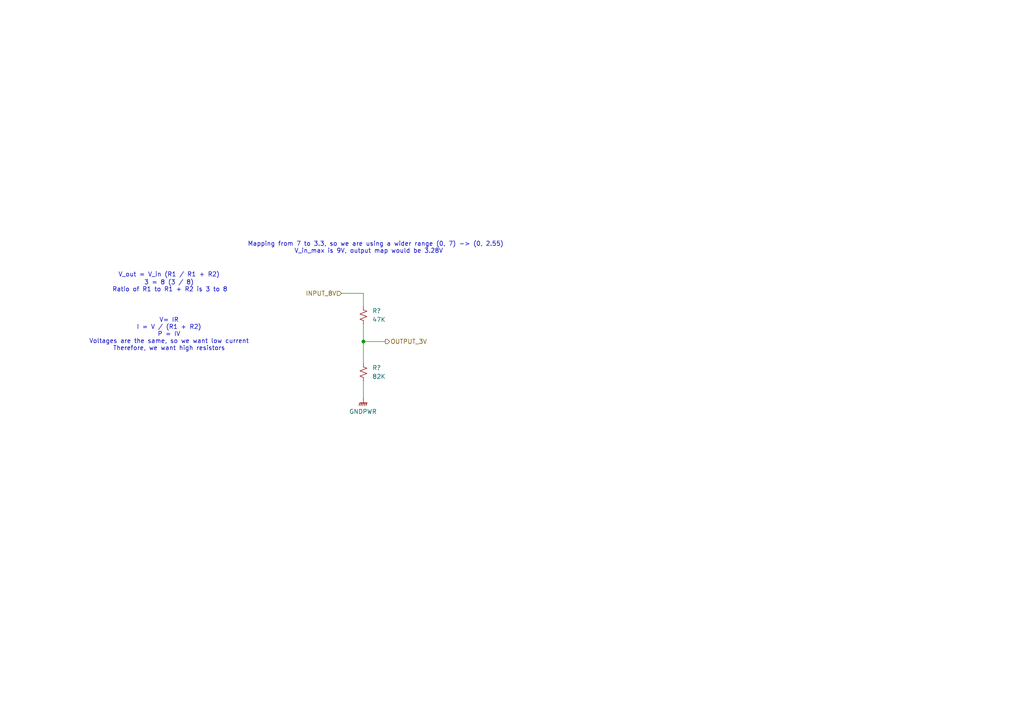
<source format=kicad_sch>
(kicad_sch (version 20250114) (generator "eeschema") (generator_version "9.0")
  (paper "A4")
  (lib_symbols
    (symbol "Device:R_Small_US" (pin_numbers (hide yes)) (pin_names (offset 0.254) (hide yes))
      (property "Reference" "R" (at 0.762 0.508 0))
      (property "Value" "R_Small_US" (at 0.762 -1.016 0))
      (symbol "R_Small_US_1_1"
        (polyline (pts (xy 0 1.524) (xy 1.016 1.143) (xy 0 0.762) (xy -1.016 0.381) (xy 0 0)))
        (polyline (pts (xy 0 0) (xy 1.016 -0.381) (xy 0 -0.762) (xy -1.016 -1.143) (xy 0 -1.524)))
        (pin passive line (at 0 2.54 270) (length 1.016) (name "~") (number "1"))
        (pin passive line (at 0 -2.54 90) (length 1.016) (name "~") (number "2"))
      )
    )
    (symbol "power:GNDPWR" (power) (pin_numbers (hide yes)) (pin_names (offset 0) (hide yes))
      (property "Value" "GNDPWR" (at 0 -3.302 0))
      (symbol "GNDPWR_0_1"
        (polyline (pts (xy -1.016 -1.27) (xy -1.27 -2.032) (xy -1.27 -2.032)) (stroke (width 0.2032)))
        (polyline (pts (xy -0.508 -1.27) (xy -0.762 -2.032) (xy -0.762 -2.032)) (stroke (width 0.2032)))
        (polyline (pts (xy 0 -1.27) (xy 0 0)))
        (polyline (pts (xy 0 -1.27) (xy -0.254 -2.032) (xy -0.254 -2.032)) (stroke (width 0.2032)))
        (polyline (pts (xy 0.508 -1.27) (xy 0.254 -2.032) (xy 0.254 -2.032)) (stroke (width 0.2032)))
        (polyline (pts (xy 1.016 -1.27) (xy -1.016 -1.27) (xy -1.016 -1.27)) (stroke (width 0.2032)))
        (polyline (pts (xy 1.016 -1.27) (xy 0.762 -2.032) (xy 0.762 -2.032) (xy 0.762 -2.032)) (stroke (width 0.2032)))
      )
      (symbol "GNDPWR_1_1"
        (pin power_in line (at 0 0 270) (length 0) (name "~") (number "1"))
      )
    )
  )
  (text "V_in_max is 9V, output map would be 3.28V" (at 106.934 72.898 0) (effects (font (size 1.27 1.27))))
  (text "Mapping from 7 to 3.3, so we are using a wider range (0, 7) -> (0, 2.55)" (at 108.966 70.866 0) (effects (font (size 1.27 1.27))))
  (text "V= IR\nI = V / (R1 + R2)\nP = IV\nVoltages are the same, so we want low current\nTherefore, we want high resistors" (at 49.022 97.028 0) (effects (font (size 1.27 1.27))))
  (text "Ratio of R1 to R1 + R2 is 3 to 8\n" (at 49.276 84.074 0) (effects (font (size 1.27 1.27))))
  (text "V_out = V_in (R1 / R1 + R2)" (at 49.022 79.756 0) (effects (font (size 1.27 1.27))))
  (text "3 = 8 (3 / 8)" (at 49.022 82.042 0) (effects (font (size 1.27 1.27))))
  (junction (at 105.41 99.06))
  (wire (pts (xy 105.41 99.06) (xy 105.41 105.41)))
  (wire (pts (xy 105.41 110.49) (xy 105.41 115.57)))
  (wire (pts (xy 105.41 85.09) (xy 105.41 88.9)))
  (wire (pts (xy 105.41 99.06) (xy 111.76 99.06)))
  (wire (pts (xy 99.06 85.09) (xy 105.41 85.09)))
  (wire (pts (xy 105.41 93.98) (xy 105.41 99.06)))
  (hierarchical_label "OUTPUT_3V" (shape output) (at 111.76 99.06 0))
  (hierarchical_label "INPUT_8V" (shape input) (at 99.06 85.09 180))
  (symbol (lib_id "Device:R_Small_US") (at 105.41 91.44 0) (unit 1)
    (property "Reference" "R?" (at 107.95 90.1699 0) (effects (justify left)))
    (property "Value" "47K" (at 107.95 92.7099 0) (effects (justify left)))
    (property "Description" "Resistor, small US symbol" (effects (hide yes)))
  )
  (symbol (lib_id "power:GNDPWR") (at 105.41 115.57 0) (unit 1)
    (property "Reference" "#PWR?" (effects (hide yes)))
    (property "Value" "GNDPWR" (at 105.283 119.38 0))
    (property "Description" "Power symbol creates a global label with name \"GNDPWR\" , global ground" (effects (hide yes)))
  )
  (symbol (lib_id "Device:R_Small_US") (at 105.41 107.95 180) (unit 1)
    (property "Reference" "R?" (at 107.95 106.6799 0) (effects (justify right)))
    (property "Value" "82K" (at 107.95 109.2199 0) (effects (justify right)))
    (property "Description" "Resistor, small US symbol" (effects (hide yes)))
  )
)
</source>
